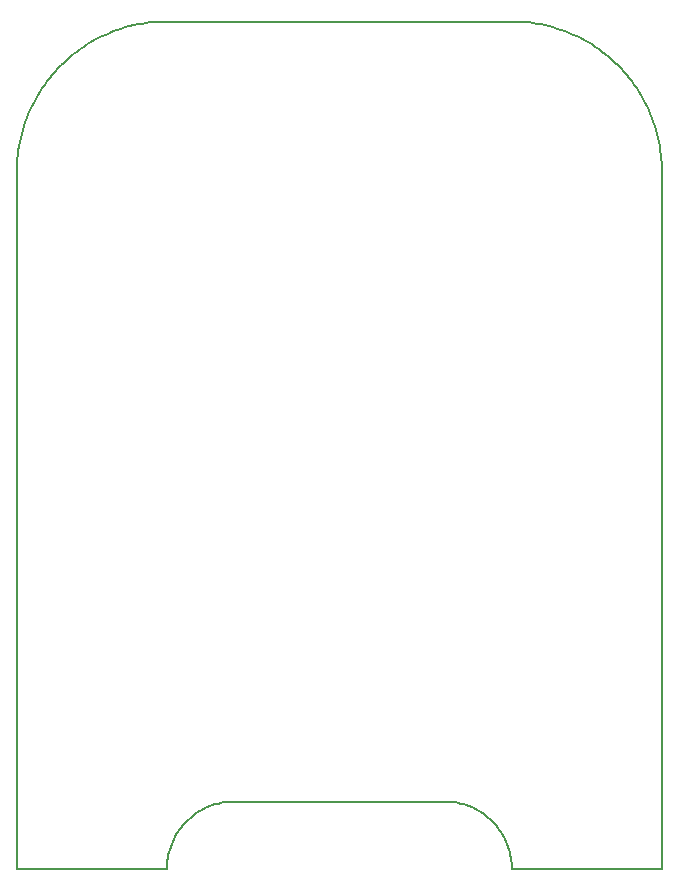
<source format=gbo>
G75*
%MOIN*%
%OFA0B0*%
%FSLAX24Y24*%
%IPPOS*%
%LPD*%
%AMOC8*
5,1,8,0,0,1.08239X$1,22.5*
%
%ADD10C,0.0050*%
D10*
X000500Y006250D02*
X005500Y006250D01*
X005502Y006343D01*
X005508Y006436D01*
X005517Y006528D01*
X005531Y006620D01*
X005548Y006712D01*
X005569Y006802D01*
X005594Y006892D01*
X005622Y006981D01*
X005654Y007068D01*
X005690Y007154D01*
X005729Y007238D01*
X005771Y007321D01*
X005817Y007402D01*
X005866Y007481D01*
X005919Y007557D01*
X005974Y007632D01*
X006033Y007704D01*
X006095Y007774D01*
X006159Y007841D01*
X006226Y007905D01*
X006296Y007967D01*
X006368Y008026D01*
X006443Y008081D01*
X006519Y008134D01*
X006598Y008183D01*
X006679Y008229D01*
X006762Y008271D01*
X006846Y008310D01*
X006932Y008346D01*
X007019Y008378D01*
X007108Y008406D01*
X007198Y008431D01*
X007288Y008452D01*
X007380Y008469D01*
X007472Y008483D01*
X007564Y008492D01*
X007657Y008498D01*
X007750Y008500D01*
X014750Y008500D01*
X014843Y008498D01*
X014936Y008492D01*
X015028Y008483D01*
X015120Y008469D01*
X015212Y008452D01*
X015302Y008431D01*
X015392Y008406D01*
X015481Y008378D01*
X015568Y008346D01*
X015654Y008310D01*
X015738Y008271D01*
X015821Y008229D01*
X015902Y008183D01*
X015981Y008134D01*
X016057Y008081D01*
X016132Y008026D01*
X016204Y007967D01*
X016274Y007905D01*
X016341Y007841D01*
X016405Y007774D01*
X016467Y007704D01*
X016526Y007632D01*
X016581Y007557D01*
X016634Y007481D01*
X016683Y007402D01*
X016729Y007321D01*
X016771Y007238D01*
X016810Y007154D01*
X016846Y007068D01*
X016878Y006981D01*
X016906Y006892D01*
X016931Y006802D01*
X016952Y006712D01*
X016969Y006620D01*
X016983Y006528D01*
X016992Y006436D01*
X016998Y006343D01*
X017000Y006250D01*
X022000Y006250D01*
X022000Y029500D01*
X021998Y029640D01*
X021992Y029780D01*
X021982Y029920D01*
X021969Y030060D01*
X021951Y030199D01*
X021929Y030338D01*
X021904Y030475D01*
X021875Y030613D01*
X021842Y030749D01*
X021805Y030884D01*
X021764Y031018D01*
X021719Y031151D01*
X021671Y031283D01*
X021619Y031413D01*
X021564Y031542D01*
X021505Y031669D01*
X021442Y031795D01*
X021376Y031919D01*
X021307Y032040D01*
X021234Y032160D01*
X021157Y032278D01*
X021078Y032393D01*
X020995Y032507D01*
X020909Y032617D01*
X020820Y032726D01*
X020728Y032832D01*
X020633Y032935D01*
X020536Y033036D01*
X020435Y033133D01*
X020332Y033228D01*
X020226Y033320D01*
X020117Y033409D01*
X020007Y033495D01*
X019893Y033578D01*
X019778Y033657D01*
X019660Y033734D01*
X019540Y033807D01*
X019419Y033876D01*
X019295Y033942D01*
X019169Y034005D01*
X019042Y034064D01*
X018913Y034119D01*
X018783Y034171D01*
X018651Y034219D01*
X018518Y034264D01*
X018384Y034305D01*
X018249Y034342D01*
X018113Y034375D01*
X017975Y034404D01*
X017838Y034429D01*
X017699Y034451D01*
X017560Y034469D01*
X017420Y034482D01*
X017280Y034492D01*
X017140Y034498D01*
X017000Y034500D01*
X005500Y034500D01*
X005360Y034498D01*
X005220Y034492D01*
X005080Y034482D01*
X004940Y034469D01*
X004801Y034451D01*
X004662Y034429D01*
X004525Y034404D01*
X004387Y034375D01*
X004251Y034342D01*
X004116Y034305D01*
X003982Y034264D01*
X003849Y034219D01*
X003717Y034171D01*
X003587Y034119D01*
X003458Y034064D01*
X003331Y034005D01*
X003205Y033942D01*
X003081Y033876D01*
X002960Y033807D01*
X002840Y033734D01*
X002722Y033657D01*
X002607Y033578D01*
X002493Y033495D01*
X002383Y033409D01*
X002274Y033320D01*
X002168Y033228D01*
X002065Y033133D01*
X001964Y033036D01*
X001867Y032935D01*
X001772Y032832D01*
X001680Y032726D01*
X001591Y032617D01*
X001505Y032507D01*
X001422Y032393D01*
X001343Y032278D01*
X001266Y032160D01*
X001193Y032040D01*
X001124Y031919D01*
X001058Y031795D01*
X000995Y031669D01*
X000936Y031542D01*
X000881Y031413D01*
X000829Y031283D01*
X000781Y031151D01*
X000736Y031018D01*
X000695Y030884D01*
X000658Y030749D01*
X000625Y030613D01*
X000596Y030475D01*
X000571Y030338D01*
X000549Y030199D01*
X000531Y030060D01*
X000518Y029920D01*
X000508Y029780D01*
X000502Y029640D01*
X000500Y029500D01*
X000500Y006250D01*
M02*

</source>
